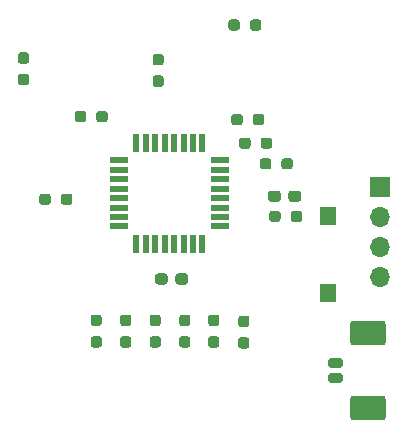
<source format=gbs>
G04 #@! TF.GenerationSoftware,KiCad,Pcbnew,5.1.10-88a1d61d58~90~ubuntu20.04.1*
G04 #@! TF.CreationDate,2021-11-23T17:04:51+00:00*
G04 #@! TF.ProjectId,logic-calc,6c6f6769-632d-4636-916c-632e6b696361,rev?*
G04 #@! TF.SameCoordinates,Original*
G04 #@! TF.FileFunction,Soldermask,Bot*
G04 #@! TF.FilePolarity,Negative*
%FSLAX46Y46*%
G04 Gerber Fmt 4.6, Leading zero omitted, Abs format (unit mm)*
G04 Created by KiCad (PCBNEW 5.1.10-88a1d61d58~90~ubuntu20.04.1) date 2021-11-23 17:04:51*
%MOMM*%
%LPD*%
G01*
G04 APERTURE LIST*
%ADD10O,1.700000X1.700000*%
%ADD11R,1.700000X1.700000*%
%ADD12R,0.550000X1.600000*%
%ADD13R,1.600000X0.550000*%
%ADD14R,1.400000X1.500000*%
G04 APERTURE END LIST*
D10*
X118750000Y-55330000D03*
X118750000Y-52790000D03*
X118750000Y-50250000D03*
D11*
X118750000Y-47710000D03*
G36*
G01*
X116499999Y-65375000D02*
X119000001Y-65375000D01*
G75*
G02*
X119250000Y-65624999I0J-249999D01*
G01*
X119250000Y-67225001D01*
G75*
G02*
X119000001Y-67475000I-249999J0D01*
G01*
X116499999Y-67475000D01*
G75*
G02*
X116250000Y-67225001I0J249999D01*
G01*
X116250000Y-65624999D01*
G75*
G02*
X116499999Y-65375000I249999J0D01*
G01*
G37*
G36*
G01*
X116499999Y-59025000D02*
X119000001Y-59025000D01*
G75*
G02*
X119250000Y-59274999I0J-249999D01*
G01*
X119250000Y-60875001D01*
G75*
G02*
X119000001Y-61125000I-249999J0D01*
G01*
X116499999Y-61125000D01*
G75*
G02*
X116250000Y-60875001I0J249999D01*
G01*
X116250000Y-59274999D01*
G75*
G02*
X116499999Y-59025000I249999J0D01*
G01*
G37*
G36*
G01*
X114550000Y-63475000D02*
X115450000Y-63475000D01*
G75*
G02*
X115650000Y-63675000I0J-200000D01*
G01*
X115650000Y-64075000D01*
G75*
G02*
X115450000Y-64275000I-200000J0D01*
G01*
X114550000Y-64275000D01*
G75*
G02*
X114350000Y-64075000I0J200000D01*
G01*
X114350000Y-63675000D01*
G75*
G02*
X114550000Y-63475000I200000J0D01*
G01*
G37*
G36*
G01*
X114550000Y-62225000D02*
X115450000Y-62225000D01*
G75*
G02*
X115650000Y-62425000I0J-200000D01*
G01*
X115650000Y-62825000D01*
G75*
G02*
X115450000Y-63025000I-200000J0D01*
G01*
X114550000Y-63025000D01*
G75*
G02*
X114350000Y-62825000I0J200000D01*
G01*
X114350000Y-62425000D01*
G75*
G02*
X114550000Y-62225000I200000J0D01*
G01*
G37*
D12*
X98150000Y-52500000D03*
X98950000Y-52500000D03*
X99750000Y-52500000D03*
X100550000Y-52500000D03*
X101350000Y-52500000D03*
X102150000Y-52500000D03*
X102950000Y-52500000D03*
X103750000Y-52500000D03*
D13*
X105200000Y-51050000D03*
X105200000Y-50250000D03*
X105200000Y-49450000D03*
X105200000Y-48650000D03*
X105200000Y-47850000D03*
X105200000Y-47050000D03*
X105200000Y-46250000D03*
X105200000Y-45450000D03*
D12*
X103750000Y-44000000D03*
X102950000Y-44000000D03*
X102150000Y-44000000D03*
X101350000Y-44000000D03*
X100550000Y-44000000D03*
X99750000Y-44000000D03*
X98950000Y-44000000D03*
X98150000Y-44000000D03*
D13*
X96700000Y-45450000D03*
X96700000Y-46250000D03*
X96700000Y-47050000D03*
X96700000Y-47850000D03*
X96700000Y-48650000D03*
X96700000Y-49450000D03*
X96700000Y-50250000D03*
X96700000Y-51050000D03*
D14*
X114400000Y-56700000D03*
X114400000Y-50200000D03*
G36*
G01*
X109575000Y-45512500D02*
X109575000Y-45987500D01*
G75*
G02*
X109337500Y-46225000I-237500J0D01*
G01*
X108837500Y-46225000D01*
G75*
G02*
X108600000Y-45987500I0J237500D01*
G01*
X108600000Y-45512500D01*
G75*
G02*
X108837500Y-45275000I237500J0D01*
G01*
X109337500Y-45275000D01*
G75*
G02*
X109575000Y-45512500I0J-237500D01*
G01*
G37*
G36*
G01*
X111400000Y-45512500D02*
X111400000Y-45987500D01*
G75*
G02*
X111162500Y-46225000I-237500J0D01*
G01*
X110662500Y-46225000D01*
G75*
G02*
X110425000Y-45987500I0J237500D01*
G01*
X110425000Y-45512500D01*
G75*
G02*
X110662500Y-45275000I237500J0D01*
G01*
X111162500Y-45275000D01*
G75*
G02*
X111400000Y-45512500I0J-237500D01*
G01*
G37*
G36*
G01*
X107825000Y-43762500D02*
X107825000Y-44237500D01*
G75*
G02*
X107587500Y-44475000I-237500J0D01*
G01*
X107087500Y-44475000D01*
G75*
G02*
X106850000Y-44237500I0J237500D01*
G01*
X106850000Y-43762500D01*
G75*
G02*
X107087500Y-43525000I237500J0D01*
G01*
X107587500Y-43525000D01*
G75*
G02*
X107825000Y-43762500I0J-237500D01*
G01*
G37*
G36*
G01*
X109650000Y-43762500D02*
X109650000Y-44237500D01*
G75*
G02*
X109412500Y-44475000I-237500J0D01*
G01*
X108912500Y-44475000D01*
G75*
G02*
X108675000Y-44237500I0J237500D01*
G01*
X108675000Y-43762500D01*
G75*
G02*
X108912500Y-43525000I237500J0D01*
G01*
X109412500Y-43525000D01*
G75*
G02*
X109650000Y-43762500I0J-237500D01*
G01*
G37*
G36*
G01*
X91762500Y-48987500D02*
X91762500Y-48512500D01*
G75*
G02*
X92000000Y-48275000I237500J0D01*
G01*
X92500000Y-48275000D01*
G75*
G02*
X92737500Y-48512500I0J-237500D01*
G01*
X92737500Y-48987500D01*
G75*
G02*
X92500000Y-49225000I-237500J0D01*
G01*
X92000000Y-49225000D01*
G75*
G02*
X91762500Y-48987500I0J237500D01*
G01*
G37*
G36*
G01*
X89937500Y-48987500D02*
X89937500Y-48512500D01*
G75*
G02*
X90175000Y-48275000I237500J0D01*
G01*
X90675000Y-48275000D01*
G75*
G02*
X90912500Y-48512500I0J-237500D01*
G01*
X90912500Y-48987500D01*
G75*
G02*
X90675000Y-49225000I-237500J0D01*
G01*
X90175000Y-49225000D01*
G75*
G02*
X89937500Y-48987500I0J237500D01*
G01*
G37*
G36*
G01*
X106912500Y-33762500D02*
X106912500Y-34237500D01*
G75*
G02*
X106675000Y-34475000I-237500J0D01*
G01*
X106175000Y-34475000D01*
G75*
G02*
X105937500Y-34237500I0J237500D01*
G01*
X105937500Y-33762500D01*
G75*
G02*
X106175000Y-33525000I237500J0D01*
G01*
X106675000Y-33525000D01*
G75*
G02*
X106912500Y-33762500I0J-237500D01*
G01*
G37*
G36*
G01*
X108737500Y-33762500D02*
X108737500Y-34237500D01*
G75*
G02*
X108500000Y-34475000I-237500J0D01*
G01*
X108000000Y-34475000D01*
G75*
G02*
X107762500Y-34237500I0J237500D01*
G01*
X107762500Y-33762500D01*
G75*
G02*
X108000000Y-33525000I237500J0D01*
G01*
X108500000Y-33525000D01*
G75*
G02*
X108737500Y-33762500I0J-237500D01*
G01*
G37*
G36*
G01*
X99762500Y-38262500D02*
X100237500Y-38262500D01*
G75*
G02*
X100475000Y-38500000I0J-237500D01*
G01*
X100475000Y-39000000D01*
G75*
G02*
X100237500Y-39237500I-237500J0D01*
G01*
X99762500Y-39237500D01*
G75*
G02*
X99525000Y-39000000I0J237500D01*
G01*
X99525000Y-38500000D01*
G75*
G02*
X99762500Y-38262500I237500J0D01*
G01*
G37*
G36*
G01*
X99762500Y-36437500D02*
X100237500Y-36437500D01*
G75*
G02*
X100475000Y-36675000I0J-237500D01*
G01*
X100475000Y-37175000D01*
G75*
G02*
X100237500Y-37412500I-237500J0D01*
G01*
X99762500Y-37412500D01*
G75*
G02*
X99525000Y-37175000I0J237500D01*
G01*
X99525000Y-36675000D01*
G75*
G02*
X99762500Y-36437500I237500J0D01*
G01*
G37*
G36*
G01*
X88362500Y-38137500D02*
X88837500Y-38137500D01*
G75*
G02*
X89075000Y-38375000I0J-237500D01*
G01*
X89075000Y-38875000D01*
G75*
G02*
X88837500Y-39112500I-237500J0D01*
G01*
X88362500Y-39112500D01*
G75*
G02*
X88125000Y-38875000I0J237500D01*
G01*
X88125000Y-38375000D01*
G75*
G02*
X88362500Y-38137500I237500J0D01*
G01*
G37*
G36*
G01*
X88362500Y-36312500D02*
X88837500Y-36312500D01*
G75*
G02*
X89075000Y-36550000I0J-237500D01*
G01*
X89075000Y-37050000D01*
G75*
G02*
X88837500Y-37287500I-237500J0D01*
G01*
X88362500Y-37287500D01*
G75*
G02*
X88125000Y-37050000I0J237500D01*
G01*
X88125000Y-36550000D01*
G75*
G02*
X88362500Y-36312500I237500J0D01*
G01*
G37*
G36*
G01*
X108012500Y-42237500D02*
X108012500Y-41762500D01*
G75*
G02*
X108250000Y-41525000I237500J0D01*
G01*
X108750000Y-41525000D01*
G75*
G02*
X108987500Y-41762500I0J-237500D01*
G01*
X108987500Y-42237500D01*
G75*
G02*
X108750000Y-42475000I-237500J0D01*
G01*
X108250000Y-42475000D01*
G75*
G02*
X108012500Y-42237500I0J237500D01*
G01*
G37*
G36*
G01*
X106187500Y-42237500D02*
X106187500Y-41762500D01*
G75*
G02*
X106425000Y-41525000I237500J0D01*
G01*
X106925000Y-41525000D01*
G75*
G02*
X107162500Y-41762500I0J-237500D01*
G01*
X107162500Y-42237500D01*
G75*
G02*
X106925000Y-42475000I-237500J0D01*
G01*
X106425000Y-42475000D01*
G75*
G02*
X106187500Y-42237500I0J237500D01*
G01*
G37*
G36*
G01*
X94762500Y-41987500D02*
X94762500Y-41512500D01*
G75*
G02*
X95000000Y-41275000I237500J0D01*
G01*
X95500000Y-41275000D01*
G75*
G02*
X95737500Y-41512500I0J-237500D01*
G01*
X95737500Y-41987500D01*
G75*
G02*
X95500000Y-42225000I-237500J0D01*
G01*
X95000000Y-42225000D01*
G75*
G02*
X94762500Y-41987500I0J237500D01*
G01*
G37*
G36*
G01*
X92937500Y-41987500D02*
X92937500Y-41512500D01*
G75*
G02*
X93175000Y-41275000I237500J0D01*
G01*
X93675000Y-41275000D01*
G75*
G02*
X93912500Y-41512500I0J-237500D01*
G01*
X93912500Y-41987500D01*
G75*
G02*
X93675000Y-42225000I-237500J0D01*
G01*
X93175000Y-42225000D01*
G75*
G02*
X92937500Y-41987500I0J237500D01*
G01*
G37*
G36*
G01*
X94987500Y-59487500D02*
X94512500Y-59487500D01*
G75*
G02*
X94275000Y-59250000I0J237500D01*
G01*
X94275000Y-58750000D01*
G75*
G02*
X94512500Y-58512500I237500J0D01*
G01*
X94987500Y-58512500D01*
G75*
G02*
X95225000Y-58750000I0J-237500D01*
G01*
X95225000Y-59250000D01*
G75*
G02*
X94987500Y-59487500I-237500J0D01*
G01*
G37*
G36*
G01*
X94987500Y-61312500D02*
X94512500Y-61312500D01*
G75*
G02*
X94275000Y-61075000I0J237500D01*
G01*
X94275000Y-60575000D01*
G75*
G02*
X94512500Y-60337500I237500J0D01*
G01*
X94987500Y-60337500D01*
G75*
G02*
X95225000Y-60575000I0J-237500D01*
G01*
X95225000Y-61075000D01*
G75*
G02*
X94987500Y-61312500I-237500J0D01*
G01*
G37*
G36*
G01*
X97487500Y-59487500D02*
X97012500Y-59487500D01*
G75*
G02*
X96775000Y-59250000I0J237500D01*
G01*
X96775000Y-58750000D01*
G75*
G02*
X97012500Y-58512500I237500J0D01*
G01*
X97487500Y-58512500D01*
G75*
G02*
X97725000Y-58750000I0J-237500D01*
G01*
X97725000Y-59250000D01*
G75*
G02*
X97487500Y-59487500I-237500J0D01*
G01*
G37*
G36*
G01*
X97487500Y-61312500D02*
X97012500Y-61312500D01*
G75*
G02*
X96775000Y-61075000I0J237500D01*
G01*
X96775000Y-60575000D01*
G75*
G02*
X97012500Y-60337500I237500J0D01*
G01*
X97487500Y-60337500D01*
G75*
G02*
X97725000Y-60575000I0J-237500D01*
G01*
X97725000Y-61075000D01*
G75*
G02*
X97487500Y-61312500I-237500J0D01*
G01*
G37*
G36*
G01*
X99987500Y-59487500D02*
X99512500Y-59487500D01*
G75*
G02*
X99275000Y-59250000I0J237500D01*
G01*
X99275000Y-58750000D01*
G75*
G02*
X99512500Y-58512500I237500J0D01*
G01*
X99987500Y-58512500D01*
G75*
G02*
X100225000Y-58750000I0J-237500D01*
G01*
X100225000Y-59250000D01*
G75*
G02*
X99987500Y-59487500I-237500J0D01*
G01*
G37*
G36*
G01*
X99987500Y-61312500D02*
X99512500Y-61312500D01*
G75*
G02*
X99275000Y-61075000I0J237500D01*
G01*
X99275000Y-60575000D01*
G75*
G02*
X99512500Y-60337500I237500J0D01*
G01*
X99987500Y-60337500D01*
G75*
G02*
X100225000Y-60575000I0J-237500D01*
G01*
X100225000Y-61075000D01*
G75*
G02*
X99987500Y-61312500I-237500J0D01*
G01*
G37*
G36*
G01*
X102487500Y-59487500D02*
X102012500Y-59487500D01*
G75*
G02*
X101775000Y-59250000I0J237500D01*
G01*
X101775000Y-58750000D01*
G75*
G02*
X102012500Y-58512500I237500J0D01*
G01*
X102487500Y-58512500D01*
G75*
G02*
X102725000Y-58750000I0J-237500D01*
G01*
X102725000Y-59250000D01*
G75*
G02*
X102487500Y-59487500I-237500J0D01*
G01*
G37*
G36*
G01*
X102487500Y-61312500D02*
X102012500Y-61312500D01*
G75*
G02*
X101775000Y-61075000I0J237500D01*
G01*
X101775000Y-60575000D01*
G75*
G02*
X102012500Y-60337500I237500J0D01*
G01*
X102487500Y-60337500D01*
G75*
G02*
X102725000Y-60575000I0J-237500D01*
G01*
X102725000Y-61075000D01*
G75*
G02*
X102487500Y-61312500I-237500J0D01*
G01*
G37*
G36*
G01*
X104937500Y-59487500D02*
X104462500Y-59487500D01*
G75*
G02*
X104225000Y-59250000I0J237500D01*
G01*
X104225000Y-58750000D01*
G75*
G02*
X104462500Y-58512500I237500J0D01*
G01*
X104937500Y-58512500D01*
G75*
G02*
X105175000Y-58750000I0J-237500D01*
G01*
X105175000Y-59250000D01*
G75*
G02*
X104937500Y-59487500I-237500J0D01*
G01*
G37*
G36*
G01*
X104937500Y-61312500D02*
X104462500Y-61312500D01*
G75*
G02*
X104225000Y-61075000I0J237500D01*
G01*
X104225000Y-60575000D01*
G75*
G02*
X104462500Y-60337500I237500J0D01*
G01*
X104937500Y-60337500D01*
G75*
G02*
X105175000Y-60575000I0J-237500D01*
G01*
X105175000Y-61075000D01*
G75*
G02*
X104937500Y-61312500I-237500J0D01*
G01*
G37*
G36*
G01*
X107487500Y-59575000D02*
X107012500Y-59575000D01*
G75*
G02*
X106775000Y-59337500I0J237500D01*
G01*
X106775000Y-58837500D01*
G75*
G02*
X107012500Y-58600000I237500J0D01*
G01*
X107487500Y-58600000D01*
G75*
G02*
X107725000Y-58837500I0J-237500D01*
G01*
X107725000Y-59337500D01*
G75*
G02*
X107487500Y-59575000I-237500J0D01*
G01*
G37*
G36*
G01*
X107487500Y-61400000D02*
X107012500Y-61400000D01*
G75*
G02*
X106775000Y-61162500I0J237500D01*
G01*
X106775000Y-60662500D01*
G75*
G02*
X107012500Y-60425000I237500J0D01*
G01*
X107487500Y-60425000D01*
G75*
G02*
X107725000Y-60662500I0J-237500D01*
G01*
X107725000Y-61162500D01*
G75*
G02*
X107487500Y-61400000I-237500J0D01*
G01*
G37*
G36*
G01*
X111212500Y-50437500D02*
X111212500Y-49962500D01*
G75*
G02*
X111450000Y-49725000I237500J0D01*
G01*
X111950000Y-49725000D01*
G75*
G02*
X112187500Y-49962500I0J-237500D01*
G01*
X112187500Y-50437500D01*
G75*
G02*
X111950000Y-50675000I-237500J0D01*
G01*
X111450000Y-50675000D01*
G75*
G02*
X111212500Y-50437500I0J237500D01*
G01*
G37*
G36*
G01*
X109387500Y-50437500D02*
X109387500Y-49962500D01*
G75*
G02*
X109625000Y-49725000I237500J0D01*
G01*
X110125000Y-49725000D01*
G75*
G02*
X110362500Y-49962500I0J-237500D01*
G01*
X110362500Y-50437500D01*
G75*
G02*
X110125000Y-50675000I-237500J0D01*
G01*
X109625000Y-50675000D01*
G75*
G02*
X109387500Y-50437500I0J237500D01*
G01*
G37*
G36*
G01*
X111025000Y-48737500D02*
X111025000Y-48262500D01*
G75*
G02*
X111262500Y-48025000I237500J0D01*
G01*
X111862500Y-48025000D01*
G75*
G02*
X112100000Y-48262500I0J-237500D01*
G01*
X112100000Y-48737500D01*
G75*
G02*
X111862500Y-48975000I-237500J0D01*
G01*
X111262500Y-48975000D01*
G75*
G02*
X111025000Y-48737500I0J237500D01*
G01*
G37*
G36*
G01*
X109300000Y-48737500D02*
X109300000Y-48262500D01*
G75*
G02*
X109537500Y-48025000I237500J0D01*
G01*
X110137500Y-48025000D01*
G75*
G02*
X110375000Y-48262500I0J-237500D01*
G01*
X110375000Y-48737500D01*
G75*
G02*
X110137500Y-48975000I-237500J0D01*
G01*
X109537500Y-48975000D01*
G75*
G02*
X109300000Y-48737500I0J237500D01*
G01*
G37*
G36*
G01*
X100812500Y-55262500D02*
X100812500Y-55737500D01*
G75*
G02*
X100575000Y-55975000I-237500J0D01*
G01*
X99975000Y-55975000D01*
G75*
G02*
X99737500Y-55737500I0J237500D01*
G01*
X99737500Y-55262500D01*
G75*
G02*
X99975000Y-55025000I237500J0D01*
G01*
X100575000Y-55025000D01*
G75*
G02*
X100812500Y-55262500I0J-237500D01*
G01*
G37*
G36*
G01*
X102537500Y-55262500D02*
X102537500Y-55737500D01*
G75*
G02*
X102300000Y-55975000I-237500J0D01*
G01*
X101700000Y-55975000D01*
G75*
G02*
X101462500Y-55737500I0J237500D01*
G01*
X101462500Y-55262500D01*
G75*
G02*
X101700000Y-55025000I237500J0D01*
G01*
X102300000Y-55025000D01*
G75*
G02*
X102537500Y-55262500I0J-237500D01*
G01*
G37*
M02*

</source>
